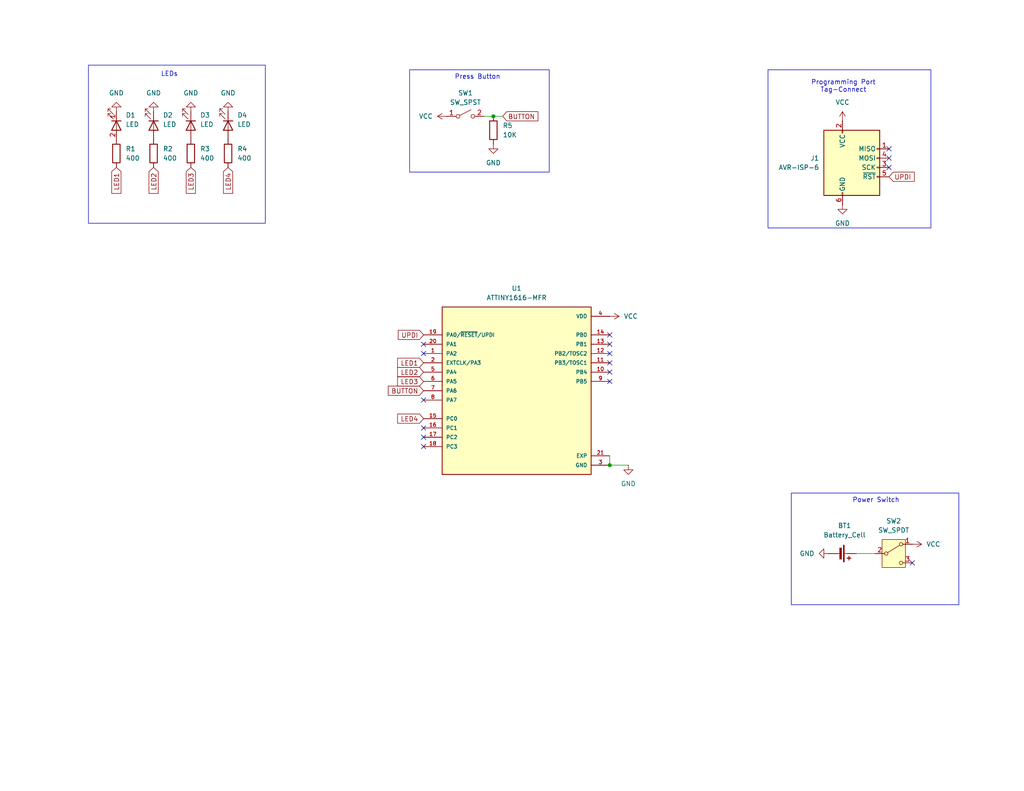
<source format=kicad_sch>
(kicad_sch (version 20231120) (generator "eeschema") (generator_version "8.0")
  (paper "USLetter")
  (title_block (title "Ad Fontes STEM Event") (date "2025-11-29") (rev "v04") (company "Ad Fontes") (comment 1 "Author: Dan Allen"))
  (lib_symbols
    (symbol "ATTINY1616-MFR:ATTINY1616-MFR" (pin_names (offset 1.016))
      (property "Reference" "U" (at -20.32 23.749 0))
      (property "Value" "ATTINY1616-MFR" (at -20.32 -25.4 0))
      (symbol "ATTINY1616-MFR_0_0"
        (rectangle (start -20.32 -22.86) (end 20.32 22.86) (stroke (width 0.254)) (fill (type background)))
        (pin bidirectional line (at -25.4 10.16 0) (length 5.08) (name "PA2") (number "1"))
        (pin bidirectional line (at 25.4 5.08 180) (length 5.08) (name "PB4") (number "10"))
        (pin bidirectional line (at 25.4 7.62 180) (length 5.08) (name "PB3/TOSC1") (number "11"))
        (pin bidirectional line (at 25.4 10.16 180) (length 5.08) (name "PB2/TOSC2") (number "12"))
        (pin bidirectional line (at 25.4 12.7 180) (length 5.08) (name "PB1") (number "13"))
        (pin bidirectional line (at 25.4 15.24 180) (length 5.08) (name "PB0") (number "14"))
        (pin bidirectional line (at -25.4 -7.62 0) (length 5.08) (name "PC0") (number "15"))
        (pin bidirectional line (at -25.4 -10.16 0) (length 5.08) (name "PC1") (number "16"))
        (pin bidirectional line (at -25.4 -12.7 0) (length 5.08) (name "PC2") (number "17"))
        (pin bidirectional line (at -25.4 -15.24 0) (length 5.08) (name "PC3") (number "18"))
        (pin bidirectional line (at -25.4 15.24 0) (length 5.08) (name "PA0/~{RESET}/UPDI") (number "19"))
        (pin bidirectional line (at -25.4 7.62 0) (length 5.08) (name "EXTCLK/PA3") (number "2"))
        (pin bidirectional line (at -25.4 12.7 0) (length 5.08) (name "PA1") (number "20"))
        (pin power_in line (at 25.4 -17.78 180) (length 5.08) (name "EXP") (number "21"))
        (pin power_in line (at 25.4 -20.32 180) (length 5.08) (name "GND") (number "3"))
        (pin power_in line (at 25.4 20.32 180) (length 5.08) (name "VDD") (number "4"))
        (pin bidirectional line (at -25.4 5.08 0) (length 5.08) (name "PA4") (number "5"))
        (pin bidirectional line (at -25.4 2.54 0) (length 5.08) (name "PA5") (number "6"))
        (pin bidirectional line (at -25.4 0 0) (length 5.08) (name "PA6") (number "7"))
        (pin bidirectional line (at -25.4 -2.54 0) (length 5.08) (name "PA7") (number "8"))
        (pin bidirectional line (at 25.4 2.54 180) (length 5.08) (name "PB5") (number "9"))
      )
    )
    (symbol "Connector:AVR-ISP-6" (pin_names (offset 1.016))
      (property "Reference" "J" (at -6.35 11.43 0))
      (property "Value" "AVR-ISP-6" (at 0 11.43 0))
      (symbol "AVR-ISP-6_0_1"
        (rectangle (start -2.667 -6.858) (end -2.413 -7.62))
        (rectangle (start -2.667 10.16) (end -2.413 9.398))
        (rectangle (start 7.62 -2.413) (end 6.858 -2.667))
        (rectangle (start 7.62 0.127) (end 6.858 -0.127))
        (rectangle (start 7.62 2.667) (end 6.858 2.413))
        (rectangle (start 7.62 5.207) (end 6.858 4.953))
        (rectangle (start 7.62 10.16) (end -7.62 -7.62) (stroke (width 0.254)) (fill (type background)))
      )
      (symbol "AVR-ISP-6_1_1"
        (pin passive line (at 10.16 5.08 180) (length 2.54) (name "MISO") (number "1"))
        (pin passive line (at -2.54 12.7 270) (length 2.54) (name "VCC") (number "2"))
        (pin passive line (at 10.16 0 180) (length 2.54) (name "SCK") (number "3"))
        (pin passive line (at 10.16 2.54 180) (length 2.54) (name "MOSI") (number "4"))
        (pin passive line (at 10.16 -2.54 180) (length 2.54) (name "~{RST}") (number "5"))
        (pin passive line (at -2.54 -10.16 90) (length 2.54) (name "GND") (number "6"))
      )
    )
    (symbol "Device:Battery_Cell" (pin_numbers hide) (pin_names (offset 0) hide)
      (property "Reference" "BT" (at 2.54 2.54 0))
      (property "Value" "Battery_Cell" (at 2.54 0 0))
      (symbol "Battery_Cell_0_1"
        (rectangle (start -2.286 1.778) (end 2.286 1.524) (fill (type outline)))
        (rectangle (start -1.524 1.016) (end 1.524 0.508) (fill (type outline)))
        (polyline (pts (xy 0 0.762) (xy 0 0)))
        (polyline (pts (xy 0 1.778) (xy 0 2.54)))
        (polyline (pts (xy 0.762 3.048) (xy 1.778 3.048)) (stroke (width 0.254)))
        (polyline (pts (xy 1.27 3.556) (xy 1.27 2.54)) (stroke (width 0.254)))
      )
      (symbol "Battery_Cell_1_1"
        (pin passive line (at 0 5.08 270) (length 2.54) (name "+") (number "1"))
        (pin passive line (at 0 -2.54 90) (length 2.54) (name "-") (number "2"))
      )
    )
    (symbol "Device:LED" (pin_numbers hide) (pin_names (offset 1.016) hide)
      (property "Reference" "D" (at 0 2.54 0))
      (property "Value" "LED" (at 0 -2.54 0))
      (symbol "LED_0_1"
        (polyline (pts (xy -1.27 -1.27) (xy -1.27 1.27)) (stroke (width 0.254)))
        (polyline (pts (xy -1.27 0) (xy 1.27 0)))
        (polyline (pts (xy 1.27 -1.27) (xy 1.27 1.27) (xy -1.27 0) (xy 1.27 -1.27)) (stroke (width 0.254)))
        (polyline (pts (xy -3.048 -0.762) (xy -4.572 -2.286) (xy -3.81 -2.286) (xy -4.572 -2.286) (xy -4.572 -1.524)))
        (polyline (pts (xy -1.778 -0.762) (xy -3.302 -2.286) (xy -2.54 -2.286) (xy -3.302 -2.286) (xy -3.302 -1.524)))
      )
      (symbol "LED_1_1"
        (pin passive line (at -3.81 0 0) (length 2.54) (name "K") (number "1"))
        (pin passive line (at 3.81 0 180) (length 2.54) (name "A") (number "2"))
      )
    )
    (symbol "Device:R" (pin_numbers hide) (pin_names (offset 0))
      (property "Reference" "R" (at 2.032 0 90))
      (property "Value" "R" (at 0 0 90))
      (symbol "R_0_1"
        (rectangle (start -1.016 -2.54) (end 1.016 2.54) (stroke (width 0.254)))
      )
      (symbol "R_1_1"
        (pin passive line (at 0 3.81 270) (length 1.27) (name "~") (number "1"))
        (pin passive line (at 0 -3.81 90) (length 1.27) (name "~") (number "2"))
      )
    )
    (symbol "LED_1" (pin_names (offset 1.016) hide)
      (property "Reference" "D" (at 0 2.54 0))
      (property "Value" "LED" (at 0 -2.54 0))
      (symbol "LED_1_0_1"
        (polyline (pts (xy -1.27 -1.27) (xy -1.27 1.27)) (stroke (width 0.254)))
        (polyline (pts (xy -1.27 0) (xy 1.27 0)))
        (polyline (pts (xy 1.27 -1.27) (xy 1.27 1.27) (xy -1.27 0) (xy 1.27 -1.27)) (stroke (width 0.254)))
        (polyline (pts (xy -3.048 -0.762) (xy -4.572 -2.286) (xy -3.81 -2.286) (xy -4.572 -2.286) (xy -4.572 -1.524)))
        (polyline (pts (xy -1.778 -0.762) (xy -3.302 -2.286) (xy -2.54 -2.286) (xy -3.302 -2.286) (xy -3.302 -1.524)))
      )
      (symbol "LED_1_1_1"
        (pin passive line (at -3.81 0 0) (length 2.54) (name "K") (number "1"))
        (pin passive line (at 3.81 0 180) (length 2.54) (name "A") (number "2"))
      )
    )
    (symbol "Switch:SW_SPDT" (pin_names (offset 0) hide)
      (property "Reference" "SW" (at 0 5.08 0))
      (property "Value" "SW_SPDT" (at 0 -5.08 0))
      (symbol "SW_SPDT_0_1"
        (circle (center -2.032 0) (radius 0.4572))
        (polyline (pts (xy -1.651 0.254) (xy 1.651 2.286)))
        (circle (center 2.032 -2.54) (radius 0.4572))
        (circle (center 2.032 2.54) (radius 0.4572))
      )
      (symbol "SW_SPDT_1_1"
        (rectangle (start -3.175 3.81) (end 3.175 -3.81) (fill (type background)))
        (pin passive line (at 5.08 2.54 180) (length 2.54) (name "A") (number "1"))
        (pin passive line (at -5.08 0 0) (length 2.54) (name "B") (number "2"))
        (pin passive line (at 5.08 -2.54 180) (length 2.54) (name "C") (number "3"))
      )
    )
    (symbol "Switch:SW_SPST" (pin_names (offset 0) hide)
      (property "Reference" "SW" (at 0 3.175 0))
      (property "Value" "SW_SPST" (at 0 -2.54 0))
      (symbol "SW_SPST_0_0"
        (circle (center -2.032 0) (radius 0.508))
        (polyline (pts (xy -1.524 0.254) (xy 1.524 1.778)))
        (circle (center 2.032 0) (radius 0.508))
      )
      (symbol "SW_SPST_1_1"
        (pin passive line (at -5.08 0 0) (length 2.54) (name "A") (number "1"))
        (pin passive line (at 5.08 0 180) (length 2.54) (name "B") (number "2"))
      )
    )
    (symbol "power:GND" (power) (pin_numbers hide) (pin_names (offset 0) hide)
      (property "Value" "GND" (at 0 -3.81 0))
      (symbol "GND_0_1"
        (polyline (pts (xy 0 0) (xy 0 -1.27) (xy 1.27 -1.27) (xy 0 -2.54) (xy -1.27 -1.27) (xy 0 -1.27)))
      )
      (symbol "GND_1_1"
        (pin power_in line (at 0 0 270) (length 0) (name "~") (number "1"))
      )
    )
    (symbol "power:VCC" (power) (pin_numbers hide) (pin_names (offset 0) hide)
      (property "Value" "VCC" (at 0 3.556 0))
      (symbol "VCC_0_1"
        (polyline (pts (xy -0.762 1.27) (xy 0 2.54)))
        (polyline (pts (xy 0 0) (xy 0 2.54)))
        (polyline (pts (xy 0 2.54) (xy 0.762 1.27)))
      )
      (symbol "VCC_1_1"
        (pin power_in line (at 0 0 90) (length 0) (name "~") (number "1"))
      )
    )
  )
  (junction (at 134.62 31.75))
  (junction (at 166.37 127))
  (no_connect (at 115.57 119.38))
  (no_connect (at 242.57 45.72))
  (no_connect (at 115.57 109.22))
  (no_connect (at 166.37 93.98))
  (no_connect (at 166.37 96.52))
  (no_connect (at 242.57 40.64))
  (no_connect (at 248.92 153.67))
  (no_connect (at 166.37 99.06))
  (no_connect (at 166.37 104.14))
  (no_connect (at 115.57 121.92))
  (no_connect (at 115.57 93.98))
  (no_connect (at 115.57 96.52))
  (no_connect (at 115.57 116.84))
  (no_connect (at 166.37 101.6))
  (no_connect (at 166.37 91.44))
  (no_connect (at 242.57 43.18))
  (wire (pts (xy 166.37 127) (xy 171.45 127)))
  (wire (pts (xy 134.62 31.75) (xy 137.16 31.75)))
  (wire (pts (xy 166.37 124.46) (xy 166.37 127)))
  (wire (pts (xy 233.68 151.13) (xy 238.76 151.13)))
  (wire (pts (xy 132.08 31.75) (xy 134.62 31.75)))
  (rectangle (start 209.55 19.05) (end 254 62.23))
  (rectangle (start 215.9 134.62) (end 261.62 165.1))
  (rectangle (start 24.13 17.78) (end 72.39 60.96))
  (rectangle (start 111.76 19.05) (end 149.86 46.99))
  (text "Press Button" (at 130.302 21.082 0) (effects (font (size 1.27 1.27))))
  (text "LEDs" (at 46.228 20.32 0) (effects (font (size 1.27 1.27))))
  (text "Programming Port\nTag-Connect" (at 230.124 23.622 0) (effects (font (size 1.27 1.27))))
  (text "Power Switch" (at 239.014 136.652 0) (effects (font (size 1.27 1.27))))
  (global_label "UPDI" (shape input) (at 115.57 91.44 180) (property "Intersheetrefs" "${INTERSHEET_REFS}" (effects (hide yes))))
  (global_label "LED2" (shape input) (at 41.91 45.72 270) (property "Intersheetrefs" "${INTERSHEET_REFS}" (effects (hide yes))))
  (global_label "LED3" (shape input) (at 52.07 45.72 270) (property "Intersheetrefs" "${INTERSHEET_REFS}" (effects (hide yes))))
  (global_label "BUTTON" (shape input) (at 137.16 31.75 0) (property "Intersheetrefs" "${INTERSHEET_REFS}" (effects (hide yes))))
  (global_label "LED1" (shape input) (at 31.75 45.72 270) (property "Intersheetrefs" "${INTERSHEET_REFS}" (effects (hide yes))))
  (global_label "LED1" (shape input) (at 115.57 99.06 180) (property "Intersheetrefs" "${INTERSHEET_REFS}" (effects (hide yes))))
  (global_label "LED2" (shape input) (at 115.57 101.6 180) (property "Intersheetrefs" "${INTERSHEET_REFS}" (effects (hide yes))))
  (global_label "LED3" (shape input) (at 115.57 104.14 180) (property "Intersheetrefs" "${INTERSHEET_REFS}" (effects (hide yes))))
  (global_label "UPDI" (shape input) (at 242.57 48.26 0) (property "Intersheetrefs" "${INTERSHEET_REFS}" (effects (hide yes))))
  (global_label "LED4" (shape input) (at 115.57 114.3 180) (property "Intersheetrefs" "${INTERSHEET_REFS}" (effects (hide yes))))
  (global_label "LED4" (shape input) (at 62.23 45.72 270) (property "Intersheetrefs" "${INTERSHEET_REFS}" (effects (hide yes))))
  (global_label "BUTTON" (shape input) (at 115.57 106.68 180) (property "Intersheetrefs" "${INTERSHEET_REFS}" (effects (hide yes))))
  (symbol (lib_id "Switch:SW_SPST") (at 127 31.75 0) (unit 1)
    (property "Reference" "SW1" (at 127 25.4 0))
    (property "Value" "SW_SPST" (at 127 27.94 0))
    (property "Footprint" "misc:PTS526" (effects (hide yes)))
    (property "Description" "Single Pole Single Throw (SPST) switch" (effects (hide yes)))
  )
  (symbol (lib_id "power:VCC") (at 229.87 33.02 0) (unit 1)
    (property "Reference" "#PWR10" (effects (hide yes)))
    (property "Value" "VCC" (at 229.87 27.94 0))
    (property "Description" "Power symbol creates a global label with name \"VCC\"" (effects (hide yes)))
  )
  (symbol (lib_id "Device:R") (at 52.07 41.91 0) (unit 1)
    (property "Reference" "R3" (at 54.61 40.6399 0) (effects (justify left)))
    (property "Value" "400" (at 54.61 43.1799 0) (effects (justify left)))
    (property "Footprint" "Resistor_SMD:R_0805_2012Metric_Pad1.20x1.40mm_HandSolder" (effects (hide yes)))
    (property "Description" "Resistor" (effects (hide yes)))
  )
  (symbol (lib_id "power:VCC") (at 121.92 31.75 90) (unit 1)
    (property "Reference" "#PWR5" (effects (hide yes)))
    (property "Value" "VCC" (at 118.11 31.7499 90) (effects (justify left)))
    (property "Description" "Power symbol creates a global label with name \"VCC\"" (effects (hide yes)))
  )
  (symbol (lib_id "power:GND") (at 41.91 30.48 180) (unit 1)
    (property "Reference" "#PWR2" (effects (hide yes)))
    (property "Value" "GND" (at 41.91 25.4 0))
    (property "Description" "Power symbol creates a global label with name \"GND\" , ground" (effects (hide yes)))
  )
  (symbol (lib_id "power:VCC") (at 248.92 148.59 270) (unit 1)
    (property "Reference" "#PWR12" (effects (hide yes)))
    (property "Value" "VCC" (at 252.73 148.5899 90) (effects (justify left)))
    (property "Description" "Power symbol creates a global label with name \"VCC\"" (effects (hide yes)))
  )
  (symbol (lib_id "Device:R") (at 31.75 41.91 0) (unit 1)
    (property "Reference" "R1" (at 34.29 40.6399 0) (effects (justify left)))
    (property "Value" "400" (at 34.29 43.1799 0) (effects (justify left)))
    (property "Footprint" "Resistor_SMD:R_0805_2012Metric_Pad1.20x1.40mm_HandSolder" (effects (hide yes)))
    (property "Description" "Resistor" (effects (hide yes)))
  )
  (symbol (lib_id "power:GND") (at 31.75 30.48 180) (unit 1)
    (property "Reference" "#PWR1" (effects (hide yes)))
    (property "Value" "GND" (at 31.75 25.4 0))
    (property "Description" "Power symbol creates a global label with name \"GND\" , ground" (effects (hide yes)))
  )
  (symbol (lib_id "power:VCC") (at 166.37 86.36 270) (unit 1)
    (property "Reference" "#PWR7" (effects (hide yes)))
    (property "Value" "VCC" (at 170.18 86.3599 90) (effects (justify left)))
    (property "Description" "Power symbol creates a global label with name \"VCC\"" (effects (hide yes)))
  )
  (symbol (lib_id "Connector:AVR-ISP-6") (at 232.41 45.72 0) (unit 1)
    (property "Reference" "J1" (at 223.52 43.1799 0) (effects (justify right)))
    (property "Value" "AVR-ISP-6" (at 223.52 45.7199 0) (effects (justify right)))
    (property "Footprint" "Tag Connect:TAG_TC2030-IDC-NL" (effects (hide yes)))
    (property "Description" "Atmel 6-pin ISP connector" (effects (hide yes)))
  )
  (symbol (lib_id "power:GND") (at 226.06 151.13 270) (unit 1)
    (property "Reference" "#PWR9" (effects (hide yes)))
    (property "Value" "GND" (at 222.25 151.1299 90) (effects (justify right)))
    (property "Description" "Power symbol creates a global label with name \"GND\" , ground" (effects (hide yes)))
  )
  (symbol (lib_id "Switch:SW_SPDT") (at 243.84 151.13 0) (unit 1)
    (property "Reference" "SW2" (at 243.84 142.24 0))
    (property "Value" "SW_SPDT" (at 243.84 144.78 0))
    (property "Footprint" "misc:switch_JS202011SCQN" (effects (hide yes)))
    (property "Description" "Switch, single pole double throw" (effects (hide yes)))
  )
  (symbol (lib_id "power:GND") (at 62.23 30.48 180) (unit 1)
    (property "Reference" "#PWR4" (effects (hide yes)))
    (property "Value" "GND" (at 62.23 25.4 0))
    (property "Description" "Power symbol creates a global label with name \"GND\" , ground" (effects (hide yes)))
  )
  (symbol (lib_name "LED_1") (lib_id "Device:LED") (at 31.75 34.29 270) (unit 1)
    (property "Reference" "D1" (at 34.29 31.4324 90) (effects (justify left)))
    (property "Value" "LED" (at 34.29 33.9724 90) (effects (justify left)))
    (property "Footprint" "LED_THT:LED_D3.0mm" (effects (hide yes)))
    (property "Description" "Light emitting diode" (effects (hide yes)))
  )
  (symbol (lib_id "power:GND") (at 52.07 30.48 180) (unit 1)
    (property "Reference" "#PWR3" (effects (hide yes)))
    (property "Value" "GND" (at 52.07 25.4 0))
    (property "Description" "Power symbol creates a global label with name \"GND\" , ground" (effects (hide yes)))
  )
  (symbol (lib_id "Device:R") (at 134.62 35.56 0) (unit 1)
    (property "Reference" "R5" (at 137.16 34.2899 0) (effects (justify left)))
    (property "Value" "10K" (at 137.16 36.8299 0) (effects (justify left)))
    (property "Footprint" "Resistor_SMD:R_0805_2012Metric_Pad1.20x1.40mm_HandSolder" (effects (hide yes)))
    (property "Description" "Resistor" (effects (hide yes)))
  )
  (symbol (lib_id "Device:LED") (at 62.23 34.29 270) (unit 1)
    (property "Reference" "D4" (at 64.77 31.4324 90) (effects (justify left)))
    (property "Value" "LED" (at 64.77 33.9724 90) (effects (justify left)))
    (property "Footprint" "LED_THT:LED_D3.0mm" (effects (hide yes)))
    (property "Description" "Light emitting diode" (effects (hide yes)))
  )
  (symbol (lib_id "Device:LED") (at 52.07 34.29 270) (unit 1)
    (property "Reference" "D3" (at 54.61 31.4324 90) (effects (justify left)))
    (property "Value" "LED" (at 54.61 33.9724 90) (effects (justify left)))
    (property "Footprint" "LED_THT:LED_D3.0mm" (effects (hide yes)))
    (property "Description" "Light emitting diode" (effects (hide yes)))
  )
  (symbol (lib_id "power:GND") (at 134.62 39.37 0) (unit 1)
    (property "Reference" "#PWR6" (effects (hide yes)))
    (property "Value" "GND" (at 134.62 44.45 0))
    (property "Description" "Power symbol creates a global label with name \"GND\" , ground" (effects (hide yes)))
  )
  (symbol (lib_id "power:GND") (at 229.87 55.88 0) (unit 1)
    (property "Reference" "#PWR11" (effects (hide yes)))
    (property "Value" "GND" (at 229.87 60.96 0))
    (property "Description" "Power symbol creates a global label with name \"GND\" , ground" (effects (hide yes)))
  )
  (symbol (lib_id "Device:LED") (at 41.91 34.29 270) (unit 1)
    (property "Reference" "D2" (at 44.45 31.4324 90) (effects (justify left)))
    (property "Value" "LED" (at 44.45 33.9724 90) (effects (justify left)))
    (property "Footprint" "LED_THT:LED_D3.0mm" (effects (hide yes)))
    (property "Description" "Light emitting diode" (effects (hide yes)))
  )
  (symbol (lib_id "Device:R") (at 62.23 41.91 0) (unit 1)
    (property "Reference" "R4" (at 64.77 40.6399 0) (effects (justify left)))
    (property "Value" "400" (at 64.77 43.1799 0) (effects (justify left)))
    (property "Footprint" "Resistor_SMD:R_0805_2012Metric_Pad1.20x1.40mm_HandSolder" (effects (hide yes)))
    (property "Description" "Resistor" (effects (hide yes)))
  )
  (symbol (lib_id "ATTINY1616-MFR:ATTINY1616-MFR") (at 140.97 106.68 0) (unit 1)
    (property "Reference" "U1" (at 140.97 78.74 0))
    (property "Value" "ATTINY1616-MFR" (at 140.97 81.28 0))
    (property "Footprint" "ATTINY1616-MFR:QFN40P300X300X90-21N" (effects (hide yes)))
    (property "DigiKey_Part_Number" "ATTINY1616-MFRTR-ND" (effects (hide yes)))
    (property "SnapEDA_Link" "https://www.snapeda.com/parts/ATTINY1616-MFR/Microchip/view-part/?ref=snap" (effects (hide yes)))
    (property "MAXIMUM_PACKAGE_HEIGHT" "0.90mm" (effects (hide yes)))
    (property "Package" "VQFN-20 Microchip" (effects (hide yes)))
    (property "Check_prices" "https://www.snapeda.com/parts/ATTINY1616-MFR/Microchip/view-part/?ref=eda" (effects (hide yes)))
    (property "STANDARD" "IPC 7351B" (effects (hide yes)))
    (property "PARTREV" "A" (effects (hide yes)))
    (property "MF" "Microchip" (effects (hide yes)))
    (property "MP" "ATTINY1616-MFR" (effects (hide yes)))
    (property "Description_1" "\n                        \n                            AVR tinyAVR™ 1, Functional Safety (FuSa) Microcontroller IC 8-Bit 16MHz 16KB (16K x 8) FLASH 20-VQFN (3x3)\n                        \n" (effects (hide yes)))
    (property "MANUFACTURER" "Microchip" (effects (hide yes)))
  )
  (symbol (lib_id "Device:R") (at 41.91 41.91 0) (unit 1)
    (property "Reference" "R2" (at 44.45 40.6399 0) (effects (justify left)))
    (property "Value" "400" (at 44.45 43.1799 0) (effects (justify left)))
    (property "Footprint" "Resistor_SMD:R_0805_2012Metric_Pad1.20x1.40mm_HandSolder" (effects (hide yes)))
    (property "Description" "Resistor" (effects (hide yes)))
  )
  (symbol (lib_id "Device:Battery_Cell") (at 228.6 151.13 270) (unit 1)
    (property "Reference" "BT1" (at 230.4415 143.51 90))
    (property "Value" "Battery_Cell" (at 230.4415 146.05 90))
    (property "Footprint" "Battery:BatteryHolder_Keystone_3034_1x20mm" (effects (hide yes)))
    (property "Description" "Single-cell battery" (effects (hide yes)))
  )
  (symbol (lib_id "power:GND") (at 171.45 127 0) (unit 1)
    (property "Reference" "#PWR8" (effects (hide yes)))
    (property "Value" "GND" (at 171.45 132.08 0))
    (property "Description" "Power symbol creates a global label with name \"GND\" , ground" (effects (hide yes)))
  )
)
</source>
